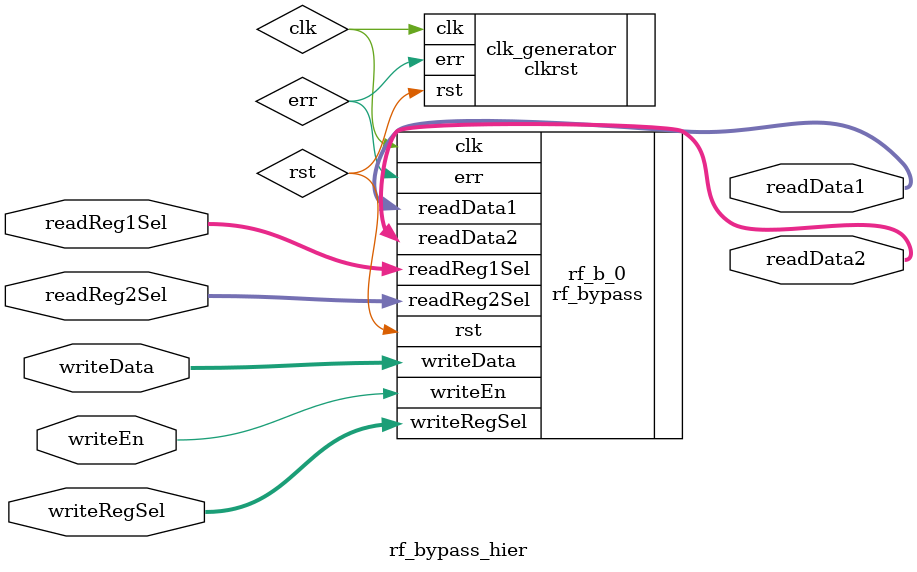
<source format=v>
/*
   CS/ECE 552, Spring '19
   Homework #5, Problem #2

   Wrapper module around 8x16b register file with bypassing.

   YOU SHALL NOT EDIT THIS FILE. ANY CHANGES TO THIS FILE WILL
   RESULT IN ZERO FOR THIS PROBLEM.
*/
module rf_bypass_hier (
                       // Outputs
                       readData1, readData2,
                       // Inputs
                       readReg1Sel, readReg2Sel, writeRegSel, writeData, writeEn
                       );

   input [2:0]  readReg1Sel;
   input [2:0]  readReg2Sel;
   input [2:0]  writeRegSel;
   input [15:0] writeData;
   input        writeEn;

   output [15:0] readData1;
   output [15:0] readData2;

   wire          clk, rst;
   wire          err;

   // Ignore err for now
   clkrst clk_generator(.clk(clk), .rst(rst), .err(err) );
   rf_bypass rf_b_0(
                    // Outputs
                    .readData1                    (readData1[15:0]),
                    .readData2                    (readData2[15:0]),
                    .err                          (err),
                    // Inputs
                    .clk                          (clk),
                    .rst                          (rst),
                    .readReg1Sel                  (readReg1Sel[2:0]),
                    .readReg2Sel                  (readReg2Sel[2:0]),
                    .writeRegSel                  (writeRegSel[2:0]),
                    .writeData                    (writeData[15:0]),
                    .writeEn                      (writeEn));

endmodule

</source>
